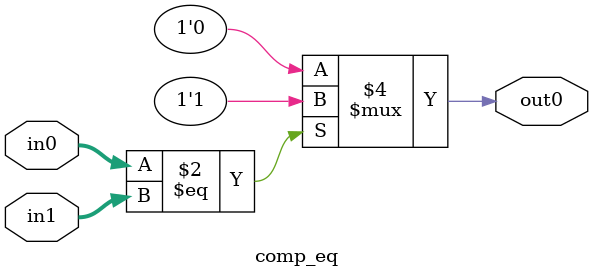
<source format=v>
module comp_eq(input wire [7:0]in0,
					input wire [7:0]in1,
					output reg out0);
					
always@( * )		
begin	
if (in0 == in1)
	out0 = 1;
else 
	out0 = 0;
end
endmodule 
</source>
